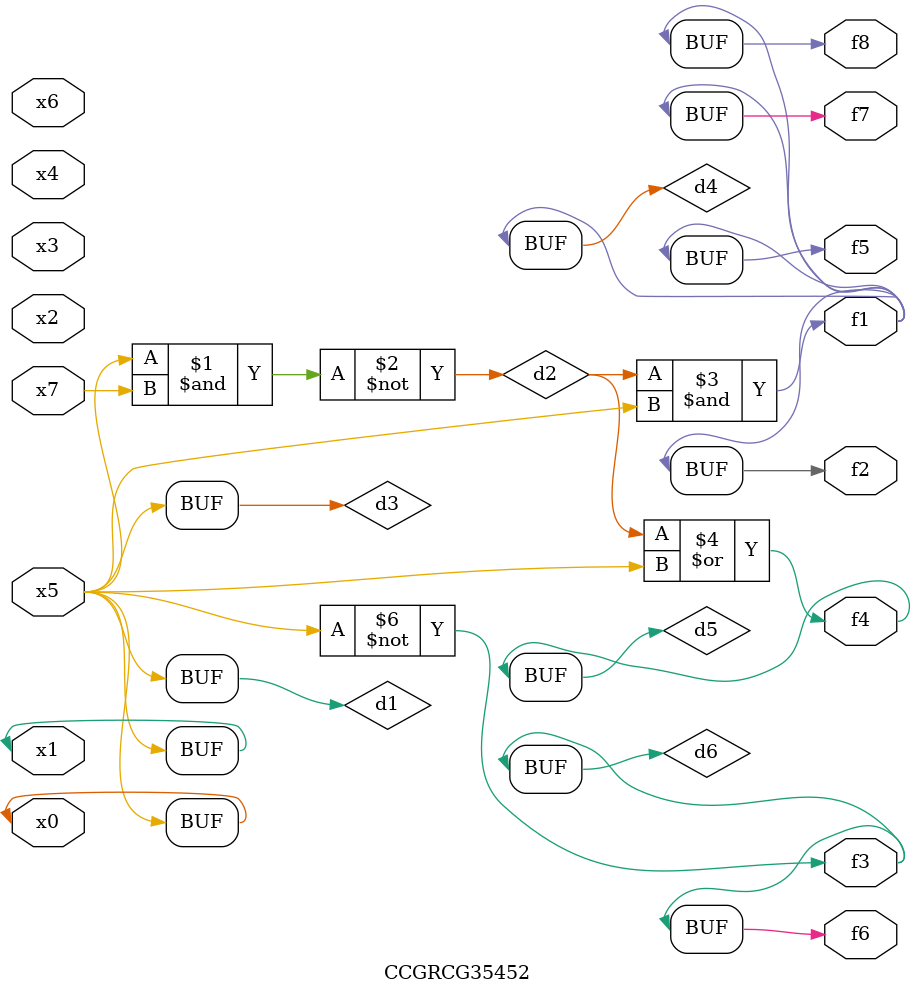
<source format=v>
module CCGRCG35452(
	input x0, x1, x2, x3, x4, x5, x6, x7,
	output f1, f2, f3, f4, f5, f6, f7, f8
);

	wire d1, d2, d3, d4, d5, d6;

	buf (d1, x0, x5);
	nand (d2, x5, x7);
	buf (d3, x0, x1);
	and (d4, d2, d3);
	or (d5, d2, d3);
	nor (d6, d1, d3);
	assign f1 = d4;
	assign f2 = d4;
	assign f3 = d6;
	assign f4 = d5;
	assign f5 = d4;
	assign f6 = d6;
	assign f7 = d4;
	assign f8 = d4;
endmodule

</source>
